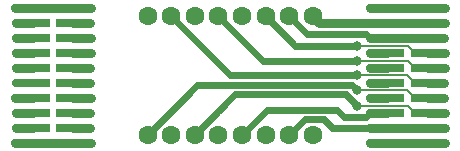
<source format=gtl>
G04 #@! TF.FileFunction,Copper,L1,Top,Signal*
%FSLAX46Y46*%
G04 Gerber Fmt 4.6, Leading zero omitted, Abs format (unit mm)*
G04 Created by KiCad (PCBNEW 4.0.2+e4-6225~38~ubuntu14.04.1-stable) date Mon 27 Jun 2016 22:43:40 BST*
%MOMM*%
G01*
G04 APERTURE LIST*
%ADD10C,0.100000*%
%ADD11C,1.600000*%
%ADD12R,2.920000X0.740000*%
%ADD13C,0.700000*%
%ADD14C,0.800000*%
%ADD15C,0.740000*%
%ADD16C,0.600000*%
%ADD17C,0.200000*%
%ADD18C,0.350000*%
G04 APERTURE END LIST*
D10*
D11*
X107000000Y-95000000D03*
X105000000Y-95000000D03*
X103000000Y-95000000D03*
X101000000Y-95000000D03*
X99000000Y-95000000D03*
X97000000Y-95000000D03*
X95000000Y-95000000D03*
X93000000Y-95000000D03*
D12*
X83285000Y-94285000D03*
X86715000Y-94285000D03*
X83285000Y-95555000D03*
X86715000Y-95555000D03*
X83285000Y-96825000D03*
X86715000Y-96825000D03*
X83285000Y-98095000D03*
X86715000Y-98095000D03*
X83285000Y-99365000D03*
X86715000Y-99365000D03*
X83285000Y-100635000D03*
X86715000Y-100635000D03*
X83285000Y-101905000D03*
X86715000Y-101905000D03*
X83285000Y-103175000D03*
X86715000Y-103175000D03*
X83285000Y-104445000D03*
X86715000Y-104445000D03*
X83285000Y-105715000D03*
X86715000Y-105715000D03*
X113285000Y-94285000D03*
X116715000Y-94285000D03*
X113285000Y-95555000D03*
X116715000Y-95555000D03*
X113285000Y-96825000D03*
X116715000Y-96825000D03*
X113285000Y-98095000D03*
X116715000Y-98095000D03*
X113285000Y-99365000D03*
X116715000Y-99365000D03*
X113285000Y-100635000D03*
X116715000Y-100635000D03*
X113285000Y-101905000D03*
X116715000Y-101905000D03*
X113285000Y-103175000D03*
X116715000Y-103175000D03*
X113285000Y-104445000D03*
X116715000Y-104445000D03*
X113285000Y-105715000D03*
X116715000Y-105715000D03*
D11*
X93000000Y-105000000D03*
X95000000Y-105000000D03*
X97000000Y-105000000D03*
X99000000Y-105000000D03*
X101000000Y-105000000D03*
X103000000Y-105000000D03*
X105000000Y-105000000D03*
X107000000Y-105000000D03*
D13*
X118185000Y-105715000D03*
X118185000Y-94285000D03*
X111815000Y-94285000D03*
X111815000Y-105715000D03*
X88185000Y-94285000D03*
X88185000Y-105715000D03*
X81815000Y-105715000D03*
X81815000Y-94285000D03*
X81845000Y-95555000D03*
X88155000Y-95555000D03*
X81825000Y-96825000D03*
X88175000Y-96825000D03*
X81895000Y-98095000D03*
X81835000Y-99365000D03*
X88165000Y-99365000D03*
X88165000Y-100635000D03*
X81805000Y-101905000D03*
X88195000Y-101905000D03*
X81825000Y-103175000D03*
X88125000Y-103175000D03*
X81845000Y-104445000D03*
X88155000Y-104445000D03*
X118155000Y-95555000D03*
X111845000Y-95555000D03*
X118125000Y-96825000D03*
X111875000Y-96825000D03*
X111805000Y-98095000D03*
D14*
X110725010Y-97474990D03*
D13*
X118195000Y-98095000D03*
X111865000Y-99365000D03*
D14*
X110755001Y-98744999D03*
D13*
X118165000Y-99365000D03*
X111835000Y-100635000D03*
D14*
X110714990Y-99985010D03*
D13*
X118135000Y-100635000D03*
X111805000Y-101905000D03*
D14*
X110744990Y-101255010D03*
D13*
X118105000Y-101905000D03*
X111825000Y-103175000D03*
D14*
X110750000Y-102550000D03*
D13*
X118175000Y-103175000D03*
X118145000Y-104445000D03*
X111845000Y-104445000D03*
X88195000Y-98095000D03*
X81865000Y-100635000D03*
D15*
X116715000Y-105715000D02*
X113285000Y-105715000D01*
X116715000Y-105715000D02*
X118185000Y-105715000D01*
X116715000Y-94285000D02*
X118185000Y-94285000D01*
X113285000Y-94285000D02*
X116715000Y-94285000D01*
X113285000Y-94285000D02*
X111815000Y-94285000D01*
X113285000Y-105715000D02*
X111815000Y-105715000D01*
X86715000Y-94285000D02*
X83285000Y-94285000D01*
X86715000Y-94285000D02*
X88185000Y-94285000D01*
X86715000Y-105715000D02*
X88185000Y-105715000D01*
X83285000Y-105715000D02*
X86715000Y-105715000D01*
X83285000Y-105715000D02*
X81815000Y-105715000D01*
X83285000Y-94285000D02*
X81815000Y-94285000D01*
X83285000Y-95555000D02*
X81845000Y-95555000D01*
X86715000Y-95555000D02*
X88155000Y-95555000D01*
X83285000Y-96825000D02*
X81825000Y-96825000D01*
X86715000Y-96825000D02*
X88175000Y-96825000D01*
X83285000Y-98095000D02*
X81895000Y-98095000D01*
X83285000Y-99365000D02*
X81835000Y-99365000D01*
X86715000Y-99365000D02*
X88165000Y-99365000D01*
X86715000Y-100635000D02*
X88165000Y-100635000D01*
X83285000Y-101905000D02*
X81805000Y-101905000D01*
X86715000Y-101905000D02*
X88195000Y-101905000D01*
X83285000Y-103175000D02*
X81825000Y-103175000D01*
X86715000Y-103175000D02*
X88125000Y-103175000D01*
X83285000Y-104445000D02*
X81845000Y-104445000D01*
X86715000Y-104445000D02*
X88155000Y-104445000D01*
X111845000Y-95555000D02*
X107555000Y-95555000D01*
X107555000Y-95555000D02*
X107000000Y-95000000D01*
X113285000Y-95555000D02*
X116715000Y-95555000D01*
X116715000Y-95555000D02*
X118155000Y-95555000D01*
X113285000Y-95555000D02*
X111845000Y-95555000D01*
D16*
X111524999Y-96475001D02*
X106475001Y-96475001D01*
X106475001Y-96475001D02*
X105000000Y-95000000D01*
X111875000Y-96825000D02*
X111524999Y-96475001D01*
D15*
X113285000Y-96825000D02*
X116715000Y-96825000D01*
X116715000Y-96825000D02*
X118125000Y-96825000D01*
X113285000Y-96825000D02*
X111875000Y-96825000D01*
X113285000Y-98095000D02*
X111805000Y-98095000D01*
D16*
X110725010Y-97474990D02*
X105474990Y-97474990D01*
X105474990Y-97474990D02*
X103000000Y-95000000D01*
D17*
X111025010Y-97474990D02*
X110725010Y-97474990D01*
X111025010Y-97474990D02*
X115024990Y-97474990D01*
X115024990Y-97474990D02*
X115645000Y-98095000D01*
X115645000Y-98095000D02*
X116715000Y-98095000D01*
D15*
X116715000Y-98095000D02*
X118195000Y-98095000D01*
X113285000Y-99365000D02*
X111865000Y-99365000D01*
D16*
X110755001Y-98744999D02*
X102744999Y-98744999D01*
X102744999Y-98744999D02*
X99000000Y-95000000D01*
D17*
X111005001Y-98744999D02*
X110755001Y-98744999D01*
X115665000Y-99365000D02*
X115044999Y-98744999D01*
X115044999Y-98744999D02*
X111005001Y-98744999D01*
X116715000Y-99365000D02*
X115665000Y-99365000D01*
D15*
X116715000Y-99365000D02*
X118165000Y-99365000D01*
X113285000Y-100635000D02*
X111835000Y-100635000D01*
D16*
X110714990Y-99985010D02*
X99985010Y-99985010D01*
X99985010Y-99985010D02*
X95000000Y-95000000D01*
D17*
X111014990Y-99985010D02*
X110714990Y-99985010D01*
X115635000Y-100635000D02*
X114985010Y-99985010D01*
X114985010Y-99985010D02*
X111014990Y-99985010D01*
X116715000Y-100635000D02*
X115635000Y-100635000D01*
D15*
X116715000Y-100635000D02*
X118135000Y-100635000D01*
X113285000Y-101905000D02*
X111805000Y-101905000D01*
D16*
X110275000Y-100785020D02*
X97214980Y-100785020D01*
X97214980Y-100785020D02*
X96744990Y-101255010D01*
X110744990Y-101255010D02*
X110275000Y-100785020D01*
X96744990Y-101255010D02*
X93000000Y-105000000D01*
D17*
X111005010Y-101255010D02*
X110744990Y-101255010D01*
X115655000Y-101905000D02*
X115005010Y-101255010D01*
X115005010Y-101255010D02*
X111005010Y-101255010D01*
X116715000Y-101905000D02*
X115655000Y-101905000D01*
D15*
X116715000Y-101905000D02*
X118105000Y-101905000D01*
D16*
X109624999Y-103524999D02*
X108999989Y-102899989D01*
X108999989Y-102899989D02*
X103100011Y-102899989D01*
X103100011Y-102899989D02*
X101799999Y-104200001D01*
X101799999Y-104200001D02*
X101000000Y-105000000D01*
X111825000Y-103175000D02*
X111475001Y-103524999D01*
X111475001Y-103524999D02*
X109624999Y-103524999D01*
D18*
X111700000Y-103300000D02*
X111825000Y-103175000D01*
D15*
X113285000Y-103175000D02*
X111825000Y-103175000D01*
D16*
X99450000Y-102550000D02*
X99000000Y-103000000D01*
X99000000Y-103000000D02*
X97000000Y-105000000D01*
X109800000Y-101600000D02*
X100400000Y-101600000D01*
X110750000Y-102550000D02*
X109800000Y-101600000D01*
X100400000Y-101600000D02*
X99000000Y-103000000D01*
D17*
X111000000Y-102550000D02*
X110750000Y-102550000D01*
X115050000Y-102550000D02*
X111000000Y-102550000D01*
X115675000Y-103175000D02*
X115050000Y-102550000D01*
X116715000Y-103175000D02*
X115675000Y-103175000D01*
D15*
X116715000Y-103175000D02*
X118175000Y-103175000D01*
D16*
X105000000Y-105000000D02*
X106300001Y-103699999D01*
X108645000Y-104445000D02*
X111845000Y-104445000D01*
X106300001Y-103699999D02*
X107899999Y-103699999D01*
X107899999Y-103699999D02*
X108645000Y-104445000D01*
D15*
X113285000Y-104445000D02*
X116715000Y-104445000D01*
X116715000Y-104445000D02*
X118145000Y-104445000D01*
X113285000Y-104445000D02*
X111845000Y-104445000D01*
X86715000Y-98095000D02*
X88195000Y-98095000D01*
M02*

</source>
